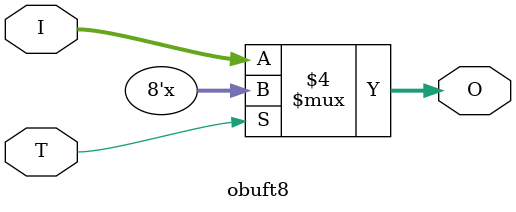
<source format=v>
`timescale 1ns / 1ps


module obuft8(
    input T,
    input [7:0] I,
    output reg[7:0] O
    );
    
always @ (I or T)
begin
if (!T)
  O <= I;
else
  O <= 8'bZ;
end

endmodule

</source>
